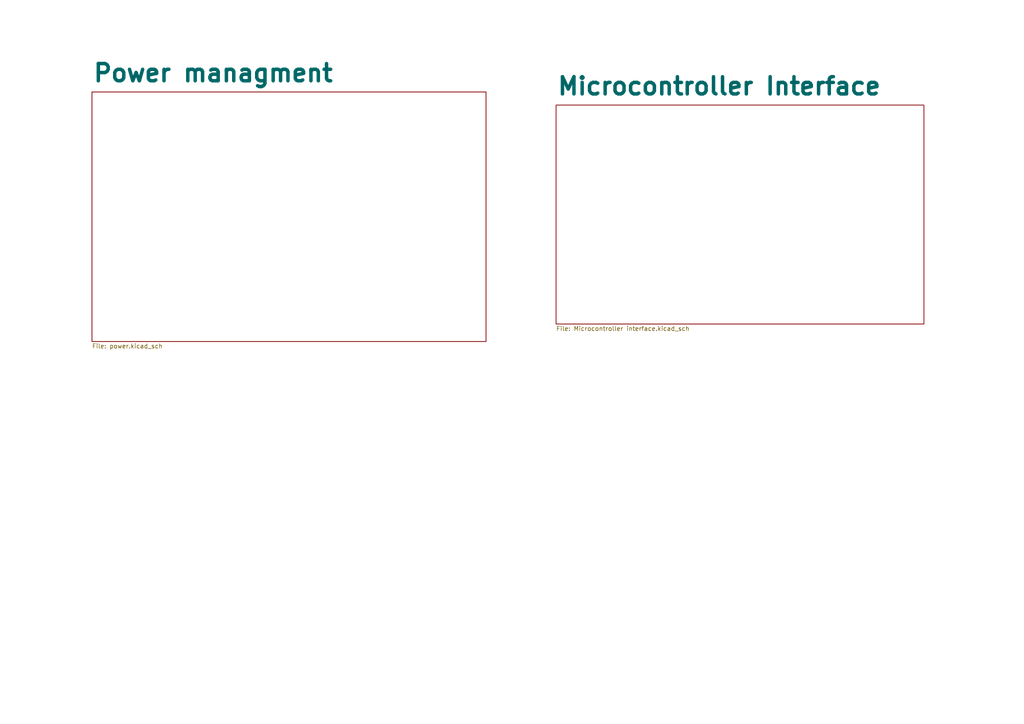
<source format=kicad_sch>
(kicad_sch (version 20230121) (generator eeschema)
  (paper "A4")
  (lib_symbols)
  (sheet (at 26.67 26.67) (size 114.3 72.39) (stroke (width 0.1524))
    (property "Sheetname" "Power managment" (at 26.67 24.0934 0) (effects (font (size 5 5) bold) (justify left bottom)))
    (property "Sheetfile" "power.kicad_sch" (at 26.67 99.6446 0) (effects (justify left top)))
  )
  (sheet (at 161.29 30.48) (size 106.68 63.5) (stroke (width 0.1524))
    (property "Sheetname" "Microcontroller Interface" (at 161.29 27.9034 0) (effects (font (size 5 5) bold) (justify left bottom)))
    (property "Sheetfile" "Microcontroller interface.kicad_sch" (at 161.29 94.5646 0) (effects (justify left top)))
  )
)
</source>
